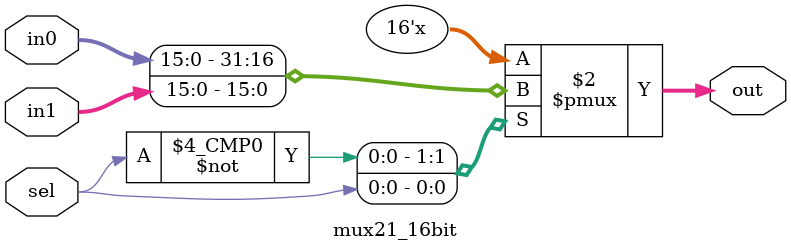
<source format=sv>
module mux21_16bit(input logic [15:0]in0,input logic [15:0]in1,input logic sel,
                   output logic [15:0]out );

always_comb begin
 case(sel)
   0: out = in0;
   1: out = in1;
   default: out = 0;
endcase
end
endmodule

</source>
